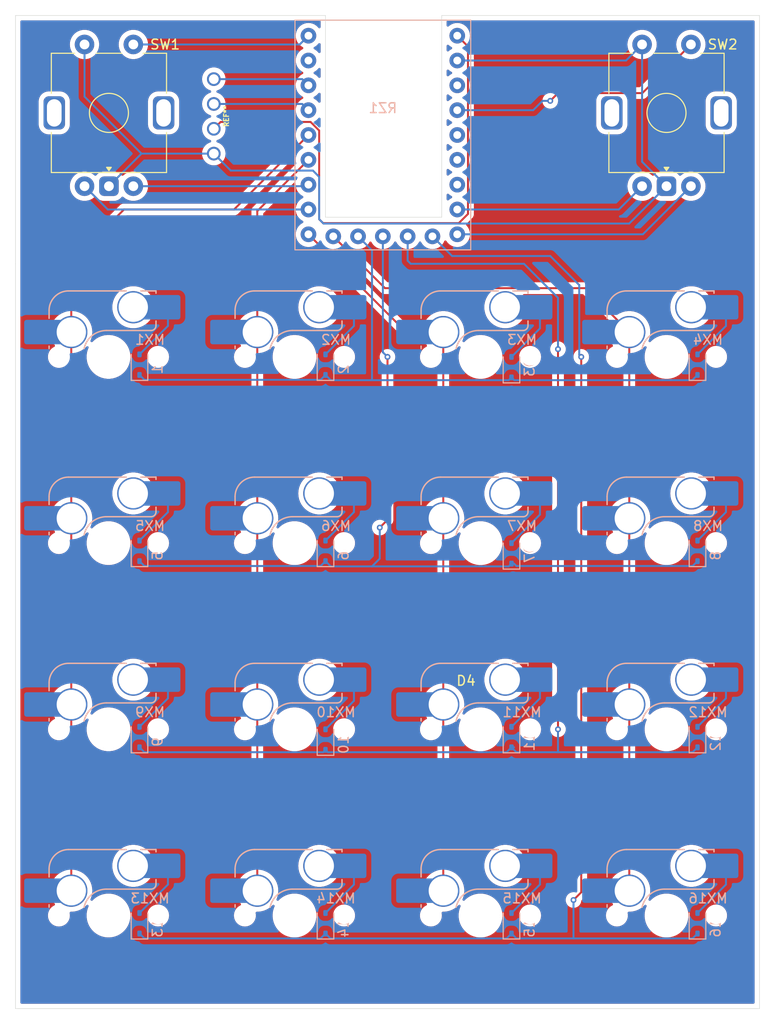
<source format=kicad_pcb>
(kicad_pcb (version 20240108) (generator "pcbnew") (generator_version "8.0")
  (layers (0 "F.Cu" signal) (31 "B.Cu" signal) (34 "B.Paste" user) (35 "F.Paste" user) (36 "B.SilkS" user "B.Silkscreen") (37 "F.SilkS" user "F.Silkscreen") (38 "B.Mask" user) (39 "F.Mask" user) (44 "Edge.Cuts" user))
  (net 0 "")
  (net 1 "Net-(D1-A)")
  (net 2 "Pin 11")
  (net 3 "Net-(D2-A)")
  (net 4 "Net-(D3-A)")
  (net 5 "Net-(D4-A)")
  (net 6 "Net-(D5-A)")
  (net 7 "Pin 12")
  (net 8 "Net-(D6-A)")
  (net 9 "Net-(D7-A)")
  (net 10 "Net-(D8-A)")
  (net 11 "Pin 13")
  (net 12 "Net-(D9-A)")
  (net 13 "Net-(D10-A)")
  (net 14 "Net-(D11-A)")
  (net 15 "Net-(D12-A)")
  (net 16 "Net-(D13-A)")
  (net 17 "Pin 14")
  (net 18 "Net-(D14-A)")
  (net 19 "Net-(D15-A)")
  (net 20 "Net-(D16-A)")
  (net 21 "Pin 9")
  (net 22 "Pin 10")
  (net 23 "2 SDA")
  (net 24 "3 SCl")
  (net 25 "GND")
  (net 26 "Net-(OL1-VCC)")
  (net 27 "Net-(RZ1-GP0)")
  (net 28 "Pin 6")
  (net 29 "Net-(RZ1-GP15)")
  (net 30 "Net-(RZ1-GP14)")
  (net 32 "Pin 5")
  (net 36 "Pin 20")
  (net 38 "Pin 8")
  (net 39 "Pin 7")
  (footprint "marbastlib-various:ROT_Alps_EC11E-Switch" (layer "F.Cu") (at 173.83125 38.5375)
    (property "Reference" "SW2" (at 5.75 -7 0) (layer "F.SilkS"))
    (property "Value" "RotaryEncoder_Switch")
    (pad "A" thru_hole circle (at -2.5 7.5 90) (size 2 2) (drill 1) (layers "*.Cu" "B.Mask") (net 29 "Net-(RZ1-GP15)"))
    (pad "B" thru_hole circle (at 2.5 7.5 90) (size 2 2) (drill 1) (layers "*.Cu" "B.Mask") (net 30 "Net-(RZ1-GP14)"))
    (pad "C" thru_hole roundrect (at 0 7.5 90) (size 2 2) (drill 1) (layers "*.Cu" "B.Mask") (net 25 "GND"))
    (pad "MP" thru_hole roundrect (at -5.6 0 90) (size 3.4 2.2) (drill oval 2.8 1.5) (layers "*.Cu" "B.Mask"))
    (pad "MP" thru_hole roundrect (at 5.6 0 90) (size 3.4 2.2) (drill oval 2.8 1.5) (layers "*.Cu" "B.Mask"))
    (pad "S1" thru_hole circle (at 2.5 -7 90) (size 2 2) (drill 1) (layers "*.Cu" "B.Mask") (net 36 "Pin 20"))
    (pad "S2" thru_hole circle (at -2.5 -7 90) (size 2 2) (drill 1) (layers "*.Cu" "B.Mask") (net 25 "GND"))
  )
  (footprint "kbd-main:OLED" (layer "F.Cu") (at 127.46625 38.89375 -90)
    (property "Reference" "OL1")
    (property "Value" "OLED" (hide yes))
    (fp_text user "REF**" (at -0.01 -1.28 90) (layer "F.SilkS") (effects (font (size 0.5 0.5) (thickness 0.125) (bold yes))))
    (pad "1" thru_hole circle (at -3.81 0 270) (size 1.4 1.4) (drill 1) (layers "*.Cu" "*.Mask") (net 23 "2 SDA"))
    (pad "2" thru_hole circle (at -1.27 0 270) (size 1.4 1.4) (drill 1) (layers "*.Cu" "*.Mask") (net 24 "3 SCl"))
    (pad "3" thru_hole circle (at 1.27 0 270) (size 1.4 1.4) (drill 1) (layers "*.Cu" "*.Mask") (net 26 "Net-(OL1-VCC)"))
    (pad "4" thru_hole circle (at 3.81 0 270) (size 1.4 1.4) (drill 1) (layers "*.Cu" "*.Mask") (net 25 "GND"))
  )
  (footprint "marbastlib-various:ROT_Alps_EC11E-Switch" (layer "F.Cu") (at 116.725 38.5375)
    (property "Reference" "SW1" (at 5.75 -7 0) (layer "F.SilkS"))
    (property "Value" "RotaryEncoder_Switch")
    (pad "A" thru_hole circle (at -2.5 7.5 90) (size 2 2) (drill 1) (layers "*.Cu" "B.Mask") (net 38 "Pin 8"))
    (pad "B" thru_hole circle (at 2.5 7.5 90) (size 2 2) (drill 1) (layers "*.Cu" "B.Mask") (net 39 "Pin 7"))
    (pad "C" thru_hole roundrect (at 0 7.5 90) (size 2 2) (drill 1) (layers "*.Cu" "B.Mask") (net 25 "GND"))
    (pad "MP" thru_hole roundrect (at -5.6 0 90) (size 3.4 2.2) (drill oval 2.8 1.5) (layers "*.Cu" "B.Mask"))
    (pad "MP" thru_hole roundrect (at 5.6 0 90) (size 3.4 2.2) (drill oval 2.8 1.5) (layers "*.Cu" "B.Mask"))
    (pad "S1" thru_hole circle (at 2.5 -7 90) (size 2 2) (drill 1) (layers "*.Cu" "B.Mask") (net 27 "Net-(RZ1-GP0)"))
    (pad "S2" thru_hole circle (at -2.5 -7 90) (size 2 2) (drill 1) (layers "*.Cu" "B.Mask") (net 25 "GND"))
  )
  (footprint "Diode_SMD:D_SOD-323" (layer "B.Cu") (at 138.90625 83.34375 90)
    (property "Reference" "D6" (at 0 1.85 -90) (layer "B.SilkS") (effects (justify mirror)))
    (property "Value" "1N4148WS")
    (pad "1" smd roundrect (at -1.05 0 90) (size 0.6 0.45) (layers "B.Cu" "B.Paste" "B.Mask") (net 7 "Pin 12"))
    (pad "2" smd roundrect (at 1.05 0 90) (size 0.6 0.45) (layers "B.Cu" "B.Paste" "B.Mask") (net 8 "Net-(D6-A)"))
  )
  (footprint "Diode_SMD:D_SOD-323" (layer "B.Cu") (at 119.85625 102.39375 90)
    (property "Reference" "D9" (at 0 1.85 -90) (layer "B.SilkS") (effects (justify mirror)))
    (property "Value" "1N4148WS")
    (pad "1" smd roundrect (at -1.05 0 90) (size 0.6 0.45) (layers "B.Cu" "B.Paste" "B.Mask") (net 11 "Pin 13"))
    (pad "2" smd roundrect (at 1.05 0 90) (size 0.6 0.45) (layers "B.Cu" "B.Paste" "B.Mask") (net 12 "Net-(D9-A)"))
  )
  (footprint "footprints:SW_MX_HS_CPG151101S11_1u" (layer "B.Cu") (at 116.68125 82.55 180)
    (property "Reference" "MX5" (at -4.25 1.75 180) (layer "B.SilkS") (effects (justify mirror)))
    (property "Value" "MX_SW_HS")
    (pad "" np_thru_hole circle (at -5.08 0 180) (size 1.75 1.75) (drill 1.75) (layers "*.Cu" "*.Mask"))
    (pad "" np_thru_hole circle (at 0 0 180) (size 3.9878 3.9878) (drill 3.9878) (layers "*.Cu" "*.Mask"))
    (pad "" np_thru_hole circle (at 5.08 0 180) (size 1.75 1.75) (drill 1.75) (layers "*.Cu" "*.Mask"))
    (pad "1" thru_hole circle (at 3.81 2.54 180) (size 3.3 3.3) (drill 3) (layers "*.Cu" "*.Mask") (net 32 "Pin 5"))
    (pad "1" smd rect (at 5.635 2.54) (size 1.65 2.5) (layers "B.Cu") (net 32 "Pin 5"))
    (pad "1" smd roundrect (at 7.36 2.54 180) (size 2.55 2.5) (layers "B.Cu" "B.Paste" "B.Mask") (roundrect_rratio 0.1) (net 32 "Pin 5"))
    (pad "2" smd roundrect (at -6.09 5.08 180) (size 2.55 2.5) (layers "B.Cu" "B.Paste" "B.Mask") (roundrect_rratio 0.1) (net 6 "Net-(D5-A)"))
    (pad "2" smd rect (at -4.34 5.08 180) (size 1.65 2.5) (layers "B.Cu") (net 6 "Net-(D5-A)"))
    (pad "2" thru_hole circle (at -2.54 5.08 180) (size 3.3 3.3) (drill 3) (layers "*.Cu" "*.Mask") (net 6 "Net-(D5-A)"))
  )
  (footprint "Diode_SMD:D_SOD-323" (layer "B.Cu") (at 177.00625 121.44375 90)
    (property "Reference" "D16" (at 0 1.85 -90) (layer "B.SilkS") (effects (justify mirror)))
    (property "Value" "1N4148WS")
    (pad "1" smd roundrect (at -1.05 0 90) (size 0.6 0.45) (layers "B.Cu" "B.Paste" "B.Mask") (net 17 "Pin 14"))
    (pad "2" smd roundrect (at 1.05 0 90) (size 0.6 0.45) (layers "B.Cu" "B.Paste" "B.Mask") (net 20 "Net-(D16-A)"))
  )
  (footprint "footprints:SW_MX_HS_CPG151101S11_1u" (layer "B.Cu") (at 154.78125 101.6 180)
    (property "Reference" "MX11" (at -4.25 1.75 180) (layer "B.SilkS") (effects (justify mirror)))
    (property "Value" "MX_SW_HS")
    (pad "" np_thru_hole circle (at -5.08 0 180) (size 1.75 1.75) (drill 1.75) (layers "*.Cu" "*.Mask"))
    (pad "" np_thru_hole circle (at 0 0 180) (size 3.9878 3.9878) (drill 3.9878) (layers "*.Cu" "*.Mask"))
    (pad "" np_thru_hole circle (at 5.08 0 180) (size 1.75 1.75) (drill 1.75) (layers "*.Cu" "*.Mask"))
    (pad "1" thru_hole circle (at 3.81 2.54 180) (size 3.3 3.3) (drill 3) (layers "*.Cu" "*.Mask") (net 21 "Pin 9"))
    (pad "1" smd rect (at 5.635 2.54) (size 1.65 2.5) (layers "B.Cu") (net 21 "Pin 9"))
    (pad "1" smd roundrect (at 7.36 2.54 180) (size 2.55 2.5) (layers "B.Cu" "B.Paste" "B.Mask") (roundrect_rratio 0.1) (net 21 "Pin 9"))
    (pad "2" smd roundrect (at -6.09 5.08 180) (size 2.55 2.5) (layers "B.Cu" "B.Paste" "B.Mask") (roundrect_rratio 0.1) (net 14 "Net-(D11-A)"))
    (pad "2" smd rect (at -4.34 5.08 180) (size 1.65 2.5) (layers "B.Cu") (net 14 "Net-(D11-A)"))
    (pad "2" thru_hole circle (at -2.54 5.08 180) (size 3.3 3.3) (drill 3) (layers "*.Cu" "*.Mask") (net 14 "Net-(D11-A)"))
  )
  (footprint "footprints:SW_MX_HS_CPG151101S11_1u" (layer "B.Cu") (at 116.68125 63.5 180)
    (property "Reference" "MX1" (at -4.25 1.75 180) (layer "B.SilkS") (effects (justify mirror)))
    (property "Value" "MX_SW_HS")
    (pad "" np_thru_hole circle (at -5.08 0 180) (size 1.75 1.75) (drill 1.75) (layers "*.Cu" "*.Mask"))
    (pad "" np_thru_hole circle (at 0 0 180) (size 3.9878 3.9878) (drill 3.9878) (layers "*.Cu" "*.Mask"))
    (pad "" np_thru_hole circle (at 5.08 0 180) (size 1.75 1.75) (drill 1.75) (layers "*.Cu" "*.Mask"))
    (pad "1" thru_hole circle (at 3.81 2.54 180) (size 3.3 3.3) (drill 3) (layers "*.Cu" "*.Mask") (net 32 "Pin 5"))
    (pad "1" smd rect (at 5.635 2.54) (size 1.65 2.5) (layers "B.Cu") (net 32 "Pin 5"))
    (pad "1" smd roundrect (at 7.36 2.54 180) (size 2.55 2.5) (layers "B.Cu" "B.Paste" "B.Mask") (roundrect_rratio 0.1) (net 32 "Pin 5"))
    (pad "2" smd roundrect (at -6.09 5.08 180) (size 2.55 2.5) (layers "B.Cu" "B.Paste" "B.Mask") (roundrect_rratio 0.1) (net 1 "Net-(D1-A)"))
    (pad "2" smd rect (at -4.34 5.08 180) (size 1.65 2.5) (layers "B.Cu") (net 1 "Net-(D1-A)"))
    (pad "2" thru_hole circle (at -2.54 5.08 180) (size 3.3 3.3) (drill 3) (layers "*.Cu" "*.Mask") (net 1 "Net-(D1-A)"))
  )
  (footprint "footprints:SW_MX_HS_CPG151101S11_1u" (layer "B.Cu") (at 135.73125 120.65 180)
    (property "Reference" "MX14" (at -4.25 1.75 180) (layer "B.SilkS") (effects (justify mirror)))
    (property "Value" "MX_SW_HS")
    (pad "" np_thru_hole circle (at -5.08 0 180) (size 1.75 1.75) (drill 1.75) (layers "*.Cu" "*.Mask"))
    (pad "" np_thru_hole circle (at 0 0 180) (size 3.9878 3.9878) (drill 3.9878) (layers "*.Cu" "*.Mask"))
    (pad "" np_thru_hole circle (at 5.08 0 180) (size 1.75 1.75) (drill 1.75) (layers "*.Cu" "*.Mask"))
    (pad "1" thru_hole circle (at 3.81 2.54 180) (size 3.3 3.3) (drill 3) (layers "*.Cu" "*.Mask") (net 28 "Pin 6"))
    (pad "1" smd rect (at 5.635 2.54) (size 1.65 2.5) (layers "B.Cu") (net 28 "Pin 6"))
    (pad "1" smd roundrect (at 7.36 2.54 180) (size 2.55 2.5) (layers "B.Cu" "B.Paste" "B.Mask") (roundrect_rratio 0.1) (net 28 "Pin 6"))
    (pad "2" smd roundrect (at -6.09 5.08 180) (size 2.55 2.5) (layers "B.Cu" "B.Paste" "B.Mask") (roundrect_rratio 0.1) (net 18 "Net-(D14-A)"))
    (pad "2" smd rect (at -4.34 5.08 180) (size 1.65 2.5) (layers "B.Cu") (net 18 "Net-(D14-A)"))
    (pad "2" thru_hole circle (at -2.54 5.08 180) (size 3.3 3.3) (drill 3) (layers "*.Cu" "*.Mask") (net 18 "Net-(D14-A)"))
  )
  (footprint "Diode_SMD:D_SOD-323" (layer "B.Cu") (at 157.95625 83.6 90)
    (property "Reference" "D7" (at 0 1.85 -90) (layer "B.SilkS") (effects (justify mirror)))
    (property "Value" "1N4148WS")
    (pad "1" smd roundrect (at -1.05 0 90) (size 0.6 0.45) (layers "B.Cu" "B.Paste" "B.Mask") (net 7 "Pin 12"))
    (pad "2" smd roundrect (at 1.05 0 90) (size 0.6 0.45) (layers "B.Cu" "B.Paste" "B.Mask") (net 9 "Net-(D7-A)"))
  )
  (footprint "Diode_SMD:D_SOD-323" (layer "B.Cu") (at 119.85625 64.29375 90)
    (property "Reference" "D1" (at 0 1.85 -90) (layer "B.SilkS") (effects (justify mirror)))
    (property "Value" "1N4148WS")
    (pad "1" smd roundrect (at -1.05 0 90) (size 0.6 0.45) (layers "B.Cu" "B.Paste" "B.Mask") (net 2 "Pin 11"))
    (pad "2" smd roundrect (at 1.05 0 90) (size 0.6 0.45) (layers "B.Cu" "B.Paste" "B.Mask") (net 1 "Net-(D1-A)"))
  )
  (footprint "footprints:SW_MX_HS_CPG151101S11_1u" (layer "B.Cu") (at 154.78125 63.5 180)
    (property "Reference" "MX3" (at -4.25 1.75 180) (layer "B.SilkS") (effects (justify mirror)))
    (property "Value" "MX_SW_HS")
    (pad "" np_thru_hole circle (at -5.08 0 180) (size 1.75 1.75) (drill 1.75) (layers "*.Cu" "*.Mask"))
    (pad "" np_thru_hole circle (at 0 0 180) (size 3.9878 3.9878) (drill 3.9878) (layers "*.Cu" "*.Mask"))
    (pad "" np_thru_hole circle (at 5.08 0 180) (size 1.75 1.75) (drill 1.75) (layers "*.Cu" "*.Mask"))
    (pad "1" thru_hole circle (at 3.81 2.54 180) (size 3.3 3.3) (drill 3) (layers "*.Cu" "*.Mask") (net 21 "Pin 9"))
    (pad "1" smd rect (at 5.635 2.54) (size 1.65 2.5) (layers "B.Cu") (net 21 "Pin 9"))
    (pad "1" smd roundrect (at 7.36 2.54 180) (size 2.55 2.5) (layers "B.Cu" "B.Paste" "B.Mask") (roundrect_rratio 0.1) (net 21 "Pin 9"))
    (pad "2" smd roundrect (at -6.09 5.08 180) (size 2.55 2.5) (layers "B.Cu" "B.Paste" "B.Mask") (roundrect_rratio 0.1) (net 4 "Net-(D3-A)"))
    (pad "2" smd rect (at -4.34 5.08 180) (size 1.65 2.5) (layers "B.Cu") (net 4 "Net-(D3-A)"))
    (pad "2" thru_hole circle (at -2.54 5.08 180) (size 3.3 3.3) (drill 3) (layers "*.Cu" "*.Mask") (net 4 "Net-(D3-A)"))
  )
  (footprint "Diode_SMD:D_SOD-323" (layer "B.Cu") (at 119.85625 121.44375 90)
    (property "Reference" "D13" (at 0 1.85 -90) (layer "B.SilkS") (effects (justify mirror)))
    (property "Value" "1N4148WS")
    (pad "1" smd roundrect (at -1.05 0 90) (size 0.6 0.45) (layers "B.Cu" "B.Paste" "B.Mask") (net 17 "Pin 14"))
    (pad "2" smd roundrect (at 1.05 0 90) (size 0.6 0.45) (layers "B.Cu" "B.Paste" "B.Mask") (net 16 "Net-(D13-A)"))
  )
  (footprint "footprints:SW_MX_HS_CPG151101S11_1u" (layer "B.Cu") (at 173.83125 101.6 180)
    (property "Reference" "MX12" (at -4.25 1.75 180) (layer "B.SilkS") (effects (justify mirror)))
    (property "Value" "MX_SW_HS")
    (pad "" np_thru_hole circle (at -5.08 0 180) (size 1.75 1.75) (drill 1.75) (layers "*.Cu" "*.Mask"))
    (pad "" np_thru_hole circle (at 0 0 180) (size 3.9878 3.9878) (drill 3.9878) (layers "*.Cu" "*.Mask"))
    (pad "" np_thru_hole circle (at 5.08 0 180) (size 1.75 1.75) (drill 1.75) (layers "*.Cu" "*.Mask"))
    (pad "1" thru_hole circle (at 3.81 2.54 180) (size 3.3 3.3) (drill 3) (layers "*.Cu" "*.Mask") (net 22 "Pin 10"))
    (pad "1" smd rect (at 5.635 2.54) (size 1.65 2.5) (layers "B.Cu") (net 22 "Pin 10"))
    (pad "1" smd roundrect (at 7.36 2.54 180) (size 2.55 2.5) (layers "B.Cu" "B.Paste" "B.Mask") (roundrect_rratio 0.1) (net 22 "Pin 10"))
    (pad "2" smd roundrect (at -6.09 5.08 180) (size 2.55 2.5) (layers "B.Cu" "B.Paste" "B.Mask") (roundrect_rratio 0.1) (net 15 "Net-(D12-A)"))
    (pad "2" smd rect (at -4.34 5.08 180) (size 1.65 2.5) (layers "B.Cu") (net 15 "Net-(D12-A)"))
    (pad "2" thru_hole circle (at -2.54 5.08 180) (size 3.3 3.3) (drill 3) (layers "*.Cu" "*.Mask") (net 15 "Net-(D12-A)"))
  )
  (footprint "Diode_SMD:D_SOD-323" (layer "B.Cu") (at 138.90625 64.29375 90)
    (property "Reference" "D2" (at 0 1.85 -90) (layer "B.SilkS") (effects (justify mirror)))
    (property "Value" "1N4148WS")
    (pad "1" smd roundrect (at -1.05 0 90) (size 0.6 0.45) (layers "B.Cu" "B.Paste" "B.Mask") (net 2 "Pin 11"))
    (pad "2" smd roundrect (at 1.05 0 90) (size 0.6 0.45) (layers "B.Cu" "B.Paste" "B.Mask") (net 3 "Net-(D2-A)"))
  )
  (footprint "footprints:SW_MX_HS_CPG151101S11_1u" (layer "B.Cu") (at 154.78125 120.65 180)
    (property "Reference" "MX15" (at -4.25 1.75 180) (layer "B.SilkS") (effects (justify mirror)))
    (property "Value" "MX_SW_HS")
    (pad "" np_thru_hole circle (at -5.08 0 180) (size 1.75 1.75) (drill 1.75) (layers "*.Cu" "*.Mask"))
    (pad "" np_thru_hole circle (at 0 0 180) (size 3.9878 3.9878) (drill 3.9878) (layers "*.Cu" "*.Mask"))
    (pad "" np_thru_hole circle (at 5.08 0 180) (size 1.75 1.75) (drill 1.75) (layers "*.Cu" "*.Mask"))
    (pad "1" thru_hole circle (at 3.81 2.54 180) (size 3.3 3.3) (drill 3) (layers "*.Cu" "*.Mask") (net 21 "Pin 9"))
    (pad "1" smd rect (at 5.635 2.54) (size 1.65 2.5) (layers "B.Cu") (net 21 "Pin 9"))
    (pad "1" smd roundrect (at 7.36 2.54 180) (size 2.55 2.5) (layers "B.Cu" "B.Paste" "B.Mask") (roundrect_rratio 0.1) (net 21 "Pin 9"))
    (pad "2" smd roundrect (at -6.09 5.08 180) (size 2.55 2.5) (layers "B.Cu" "B.Paste" "B.Mask") (roundrect_rratio 0.1) (net 19 "Net-(D15-A)"))
    (pad "2" smd rect (at -4.34 5.08 180) (size 1.65 2.5) (layers "B.Cu") (net 19 "Net-(D15-A)"))
    (pad "2" thru_hole circle (at -2.54 5.08 180) (size 3.3 3.3) (drill 3) (layers "*.Cu" "*.Mask") (net 19 "Net-(D15-A)"))
  )
  (footprint "footprints:SW_MX_HS_CPG151101S11_1u" (layer "B.Cu") (at 116.68125 101.6 180)
    (property "Reference" "MX9" (at -4.25 1.75 180) (layer "B.SilkS") (effects (justify mirror)))
    (property "Value" "MX_SW_HS")
    (pad "" np_thru_hole circle (at -5.08 0 180) (size 1.75 1.75) (drill 1.75) (layers "*.Cu" "*.Mask"))
    (pad "" np_thru_hole circle (at 0 0 180) (size 3.9878 3.9878) (drill 3.9878) (layers "*.Cu" "*.Mask"))
    (pad "" np_thru_hole circle (at 5.08 0 180) (size 1.75 1.75) (drill 1.75) (layers "*.Cu" "*.Mask"))
    (pad "1" thru_hole circle (at 3.81 2.54 180) (size 3.3 3.3) (drill 3) (layers "*.Cu" "*.Mask") (net 32 "Pin 5"))
    (pad "1" smd rect (at 5.635 2.54) (size 1.65 2.5) (layers "B.Cu") (net 32 "Pin 5"))
    (pad "1" smd roundrect (at 7.36 2.54 180) (size 2.55 2.5) (layers "B.Cu" "B.Paste" "B.Mask") (roundrect_rratio 0.1) (net 32 "Pin 5"))
    (pad "2" smd roundrect (at -6.09 5.08 180) (size 2.55 2.5) (layers "B.Cu" "B.Paste" "B.Mask") (roundrect_rratio 0.1) (net 12 "Net-(D9-A)"))
    (pad "2" smd rect (at -4.34 5.08 180) (size 1.65 2.5) (layers "B.Cu") (net 12 "Net-(D9-A)"))
    (pad "2" thru_hole circle (at -2.54 5.08 180) (size 3.3 3.3) (drill 3) (layers "*.Cu" "*.Mask") (net 12 "Net-(D9-A)"))
  )
  (footprint "Diode_SMD:D_SOD-323" (layer "B.Cu") (at 138.90625 102.65 90)
    (property "Reference" "D10" (at 0 1.85 -90) (layer "B.SilkS") (effects (justify mirror)))
    (property "Value" "1N4148WS")
    (pad "1" smd roundrect (at -1.05 0 90) (size 0.6 0.45) (layers "B.Cu" "B.Paste" "B.Mask") (net 11 "Pin 13"))
    (pad "2" smd roundrect (at 1.05 0 90) (size 0.6 0.45) (layers "B.Cu" "B.Paste" "B.Mask") (net 13 "Net-(D10-A)"))
  )
  (footprint "Diode_SMD:D_SOD-323" (layer "B.Cu") (at 177.00625 83.34375 90)
    (property "Reference" "D8" (at 0 1.85 -90) (layer "B.SilkS") (effects (justify mirror)))
    (property "Value" "1N4148WS")
    (pad "1" smd roundrect (at -1.05 0 90) (size 0.6 0.45) (layers "B.Cu" "B.Paste" "B.Mask") (net 7 "Pin 12"))
    (pad "2" smd roundrect (at 1.05 0 90) (size 0.6 0.45) (layers "B.Cu" "B.Paste" "B.Mask") (net 10 "Net-(D8-A)"))
  )
  (footprint "Diode_SMD:D_SOD-323" (layer "B.Cu") (at 177.00625 102.39375 90)
    (property "Reference" "D12" (at 0 1.85 -90) (layer "B.SilkS") (effects (justify mirror)))
    (property "Value" "1N4148WS")
    (pad "1" smd roundrect (at -1.05 0 90) (size 0.6 0.45) (layers "B.Cu" "B.Paste" "B.Mask") (net 11 "Pin 13"))
    (pad "2" smd roundrect (at 1.05 0 90) (size 0.6 0.45) (layers "B.Cu" "B.Paste" "B.Mask") (net 15 "Net-(D12-A)"))
  )
  (footprint "footprints:SW_MX_HS_CPG151101S11_1u" (layer "B.Cu") (at 173.83125 63.5 180)
    (property "Reference" "MX4" (at -4.25 1.75 180) (layer "B.SilkS") (effects (justify mirror)))
    (property "Value" "MX_SW_HS")
    (pad "" np_thru_hole circle (at -5.08 0 180) (size 1.75 1.75) (drill 1.75) (layers "*.Cu" "*.Mask"))
    (pad "" np_thru_hole circle (at 0 0 180) (size 3.9878 3.9878) (drill 3.9878) (layers "*.Cu" "*.Mask"))
    (pad "" np_thru_hole circle (at 5.08 0 180) (size 1.75 1.75) (drill 1.75) (layers "*.Cu" "*.Mask"))
    (pad "1" thru_hole circle (at 3.81 2.54 180) (size 3.3 3.3) (drill 3) (layers "*.Cu" "*.Mask") (net 22 "Pin 10"))
    (pad "1" smd rect (at 5.635 2.54) (size 1.65 2.5) (layers "B.Cu") (net 22 "Pin 10"))
    (pad "1" smd roundrect (at 7.36 2.54 180) (size 2.55 2.5) (layers "B.Cu" "B.Paste" "B.Mask") (roundrect_rratio 0.1) (net 22 "Pin 10"))
    (pad "2" smd roundrect (at -6.09 5.08 180) (size 2.55 2.5) (layers "B.Cu" "B.Paste" "B.Mask") (roundrect_rratio 0.1) (net 5 "Net-(D4-A)"))
    (pad "2" smd rect (at -4.34 5.08 180) (size 1.65 2.5) (layers "B.Cu") (net 5 "Net-(D4-A)"))
    (pad "2" thru_hole circle (at -2.54 5.08 180) (size 3.3 3.3) (drill 3) (layers "*.Cu" "*.Mask") (net 5 "Net-(D4-A)"))
  )
  (footprint "Diode_SMD:D_SOD-323" (layer "B.Cu") (at 177.00625 64.29375 90)
    (property "Reference" "D4" (at -32.33875 -23.70875 0) (layer "F.SilkS"))
    (property "Value" "1N4148WS")
    (pad "1" smd roundrect (at -1.05 0 90) (size 0.6 0.45) (layers "B.Cu" "B.Paste" "B.Mask") (net 2 "Pin 11"))
    (pad "2" smd roundrect (at 1.05 0 90) (size 0.6 0.45) (layers "B.Cu" "B.Paste" "B.Mask") (net 5 "Net-(D4-A)"))
  )
  (footprint "footprints:SW_MX_HS_CPG151101S11_1u" (layer "B.Cu") (at 135.73125 82.55 180)
    (property "Reference" "MX6" (at -4.25 1.75 180) (layer "B.SilkS") (effects (justify mirror)))
    (property "Value" "MX_SW_HS")
    (pad "" np_thru_hole circle (at -5.08 0 180) (size 1.75 1.75) (drill 1.75) (layers "*.Cu" "*.Mask"))
    (pad "" np_thru_hole circle (at 0 0 180) (size 3.9878 3.9878) (drill 3.9878) (layers "*.Cu" "*.Mask"))
    (pad "" np_thru_hole circle (at 5.08 0 180) (size 1.75 1.75) (drill 1.75) (layers "*.Cu" "*.Mask"))
    (pad "1" thru_hole circle (at 3.81 2.54 180) (size 3.3 3.3) (drill 3) (layers "*.Cu" "*.Mask") (net 28 "Pin 6"))
    (pad "1" smd rect (at 5.635 2.54) (size 1.65 2.5) (layers "B.Cu") (net 28 "Pin 6"))
    (pad "1" smd roundrect (at 7.36 2.54 180) (size 2.55 2.5) (layers "B.Cu" "B.Paste" "B.Mask") (roundrect_rratio 0.1) (net 28 "Pin 6"))
    (pad "2" smd roundrect (at -6.09 5.08 180) (size 2.55 2.5) (layers "B.Cu" "B.Paste" "B.Mask") (roundrect_rratio 0.1) (net 8 "Net-(D6-A)"))
    (pad "2" smd rect (at -4.34 5.08 180) (size 1.65 2.5) (layers "B.Cu") (net 8 "Net-(D6-A)"))
    (pad "2" thru_hole circle (at -2.54 5.08 180) (size 3.3 3.3) (drill 3) (layers "*.Cu" "*.Mask") (net 8 "Net-(D6-A)"))
  )
  (footprint "Diode_SMD:D_SOD-323" (layer "B.Cu") (at 119.85625 83.34375 90)
    (property "Reference" "D5" (at 0 1.85 -90) (layer "B.SilkS") (effects (justify mirror)))
    (property "Value" "1N4148WS")
    (pad "1" smd roundrect (at -1.05 0 90) (size 0.6 0.45) (layers "B.Cu" "B.Paste" "B.Mask") (net 7 "Pin 12"))
    (pad "2" smd roundrect (at 1.05 0 90) (size 0.6 0.45) (layers "B.Cu" "B.Paste" "B.Mask") (net 6 "Net-(D5-A)"))
  )
  (footprint "Diode_SMD:D_SOD-323" (layer "B.Cu") (at 157.95625 121.44375 90)
    (property "Reference" "D15" (at 0 1.85 -90) (layer "B.SilkS") (effects (justify mirror)))
    (property "Value" "1N4148WS")
    (pad "1" smd roundrect (at -1.05 0 90) (size 0.6 0.45) (layers "B.Cu" "B.Paste" "B.Mask") (net 17 "Pin 14"))
    (pad "2" smd roundrect (at 1.05 0 90) (size 0.6 0.45) (layers "B.Cu" "B.Paste" "B.Mask") (net 19 "Net-(D15-A)"))
  )
  (footprint "Diode_SMD:D_SOD-323" (layer "B.Cu") (at 138.90625 121.44375 90)
    (property "Reference" "D14" (at 0 1.85 -90) (layer "B.SilkS") (effects (justify mirror)))
    (property "Value" "1N4148WS")
    (pad "1" smd roundrect (at -1.05 0 90) (size 0.6 0.45) (layers "B.Cu" "B.Paste" "B.Mask") (net 17 "Pin 14"))
    (pad "2" smd roundrect (at 1.05 0 90) (size 0.6 0.45) (layers "B.Cu" "B.Paste" "B.Mask") (net 18 "Net-(D14-A)"))
  )
  (footprint "footprints:SW_MX_HS_CPG151101S11_1u" (layer "B.Cu") (at 154.78125 82.55 180)
    (property "Reference" "MX7" (at -4.25 1.75 180) (layer "B.SilkS") (effects (justify mirror)))
    (property "Value" "MX_SW_HS")
    (pad "" np_thru_hole circle (at -5.08 0 180) (size 1.75 1.75) (drill 1.75) (layers "*.Cu" "*.Mask"))
    (pad "" np_thru_hole circle (at 0 0 180) (size 3.9878 3.9878) (drill 3.9878) (layers "*.Cu" "*.Mask"))
    (pad "" np_thru_hole circle (at 5.08 0 180) (size 1.75 1.75) (drill 1.75) (layers "*.Cu" "*.Mask"))
    (pad "1" thru_hole circle (at 3.81 2.54 180) (size 3.3 3.3) (drill 3) (layers "*.Cu" "*.Mask") (net 21 "Pin 9"))
    (pad "1" smd rect (at 5.635 2.54) (size 1.65 2.5) (layers "B.Cu") (net 21 "Pin 9"))
    (pad "1" smd roundrect (at 7.36 2.54 180) (size 2.55 2.5) (layers "B.Cu" "B.Paste" "B.Mask") (roundrect_rratio 0.1) (net 21 "Pin 9"))
    (pad "2" smd roundrect (at -6.09 5.08 180) (size 2.55 2.5) (layers "B.Cu" "B.Paste" "B.Mask") (roundrect_rratio 0.1) (net 9 "Net-(D7-A)"))
    (pad "2" smd rect (at -4.34 5.08 180) (size 1.65 2.5) (layers "B.Cu") (net 9 "Net-(D7-A)"))
    (pad "2" thru_hole circle (at -2.54 5.08 180) (size 3.3 3.3) (drill 3) (layers "*.Cu" "*.Mask") (net 9 "Net-(D7-A)"))
  )
  (footprint "Diode_SMD:D_SOD-323" (layer "B.Cu") (at 157.95625 64.55 90)
    (property "Reference" "D3" (at 0 1.85 -90) (layer "B.SilkS") (effects (justify mirror)))
    (property "Value" "1N4148WS" (hide yes))
    (pad "1" smd roundrect (at -1.05 0 90) (size 0.6 0.45) (layers "B.Cu" "B.Paste" "B.Mask") (net 2 "Pin 11"))
    (pad "2" smd roundrect (at 1.05 0 90) (size 0.6 0.45) (layers "B.Cu" "B.Paste" "B.Mask") (net 4 "Net-(D3-A)"))
  )
  (footprint "footprints:SW_MX_HS_CPG151101S11_1u" (layer "B.Cu") (at 135.73125 63.5 180)
    (property "Reference" "MX2" (at -4.25 1.75 180) (layer "B.SilkS") (effects (justify mirror)))
    (property "Value" "MX_SW_HS")
    (pad "" np_thru_hole circle (at -5.08 0 180) (size 1.75 1.75) (drill 1.75) (layers "*.Cu" "*.Mask"))
    (pad "" np_thru_hole circle (at 0 0 180) (size 3.9878 3.9878) (drill 3.9878) (layers "*.Cu" "*.Mask"))
    (pad "" np_thru_hole circle (at 5.08 0 180) (size 1.75 1.75) (drill 1.75) (layers "*.Cu" "*.Mask"))
    (pad "1" thru_hole circle (at 3.81 2.54 180) (size 3.3 3.3) (drill 3) (layers "*.Cu" "*.Mask") (net 28 "Pin 6"))
    (pad "1" smd rect (at 5.635 2.54) (size 1.65 2.5) (layers "B.Cu") (net 28 "Pin 6"))
    (pad "1" smd roundrect (at 7.36 2.54 180) (size 2.55 2.5) (layers "B.Cu" "B.Paste" "B.Mask") (roundrect_rratio 0.1) (net 28 "Pin 6"))
    (pad "2" smd roundrect (at -6.09 5.08 180) (size 2.55 2.5) (layers "B.Cu" "B.Paste" "B.Mask") (roundrect_rratio 0.1) (net 3 "Net-(D2-A)"))
    (pad "2" smd rect (at -4.34 5.08 180) (size 1.65 2.5) (layers "B.Cu") (net 3 "Net-(D2-A)"))
    (pad "2" thru_hole circle (at -2.54 5.08 180) (size 3.3 3.3) (drill 3) (layers "*.Cu" "*.Mask") (net 3 "Net-(D2-A)"))
  )
  (footprint "footprints:SW_MX_HS_CPG151101S11_1u" (layer "B.Cu") (at 173.83125 120.65 180)
    (property "Reference" "MX16" (at -4.25 1.75 180) (layer "B.SilkS") (effects (justify mirror)))
    (property "Value" "MX_SW_HS")
    (pad "" np_thru_hole circle (at -5.08 0 180) (size 1.75 1.75) (drill 1.75) (layers "*.Cu" "*.Mask"))
    (pad "" np_thru_hole circle (at 0 0 180) (size 3.9878 3.9878) (drill 3.9878) (layers "*.Cu" "*.Mask"))
    (pad "" np_thru_hole circle (at 5.08 0 180) (size 1.75 1.75) (drill 1.75) (layers "*.Cu" "*.Mask"))
    (pad "1" thru_hole circle (at 3.81 2.54 180) (size 3.3 3.3) (drill 3) (layers "*.Cu" "*.Mask") (net 22 "Pin 10"))
    (pad "1" smd rect (at 5.635 2.54) (size 1.65 2.5) (layers "B.Cu") (net 22 "Pin 10"))
    (pad "1" smd roundrect (at 7.36 2.54 180) (size 2.55 2.5) (layers "B.Cu" "B.Paste" "B.Mask") (roundrect_rratio 0.1) (net 22 "Pin 10"))
    (pad "2" smd roundrect (at -6.09 5.08 180) (size 2.55 2.5) (layers "B.Cu" "B.Paste" "B.Mask") (roundrect_rratio 0.1) (net 20 "Net-(D16-A)"))
    (pad "2" smd rect (at -4.34 5.08 180) (size 1.65 2.5) (layers "B.Cu") (net 20 "Net-(D16-A)"))
    (pad "2" thru_hole circle (at -2.54 5.08 180) (size 3.3 3.3) (drill 3) (layers "*.Cu" "*.Mask") (net 20 "Net-(D16-A)"))
  )
  (footprint "Diode_SMD:D_SOD-323" (layer "B.Cu") (at 157.95625 102.39375 90)
    (property "Reference" "D11" (at 0 1.85 -90) (layer "B.SilkS") (effects (justify mirror)))
    (property "Value" "1N4148WS")
    (pad "1" smd roundrect (at -1.05 0 90) (size 0.6 0.45) (layers "B.Cu" "B.Paste" "B.Mask") (net 11 "Pin 13"))
    (pad "2" smd roundrect (at 1.05 0 90) (size 0.6 0.45) (layers "B.Cu" "B.Paste" "B.Mask") (net 14 "Net-(D11-A)"))
  )
  (footprint "footprints:SW_MX_HS_CPG151101S11_1u" (layer "B.Cu") (at 135.73125 101.6 180)
    (property "Reference" "MX10" (at -4.25 1.75 180) (layer "B.SilkS") (effects (justify mirror)))
    (property "Value" "MX_SW_HS")
    (pad "" np_thru_hole circle (at -5.08 0 180) (size 1.75 1.75) (drill 1.75) (layers "*.Cu" "*.Mask"))
    (pad "" np_thru_hole circle (at 0 0 180) (size 3.9878 3.9878) (drill 3.9878) (layers "*.Cu" "*.Mask"))
    (pad "" np_thru_hole circle (at 5.08 0 180) (size 1.75 1.75) (drill 1.75) (layers "*.Cu" "*.Mask"))
    (pad "1" thru_hole circle (at 3.81 2.54 180) (size 3.3 3.3) (drill 3) (layers "*.Cu" "*.Mask") (net 28 "Pin 6"))
    (pad "1" smd rect (at 5.635 2.54) (size 1.65 2.5) (layers "B.Cu") (net 28 "Pin 6"))
    (pad "1" smd roundrect (at 7.36 2.54 180) (size 2.55 2.5) (layers "B.Cu" "B.Paste" "B.Mask") (roundrect_rratio 0.1) (net 28 "Pin 6"))
    (pad "2" smd roundrect (at -6.09 5.08 180) (size 2.55 2.5) (layers "B.Cu" "B.Paste" "B.Mask") (roundrect_rratio 0.1) (net 13 "Net-(D10-A)"))
    (pad "2" smd rect (at -4.34 5.08 180) (size 1.65 2.5) (layers "B.Cu") (net 13 "Net-(D10-A)"))
    (pad "2" thru_hole circle (at -2.54 5.08 180) (size 3.3 3.3) (drill 3) (layers "*.Cu" "*.Mask") (net 13 "Net-(D10-A)"))
  )
  (footprint "mcu:RP2040-Zero" (layer "B.Cu") (at 153.78 52.54875 180)
    (property "Reference" "RZ1" (at 9 14.5 0) (layer "B.SilkS") (effects (justify mirror)))
    (property "Value" "RP2040-Zero")
    (pad "1" thru_hole circle (at 16.62 21.91 180) (size 1.6 1.6) (drill 0.8) (layers "*.Cu" "*.Mask") (net 27 "Net-(RZ1-GP0)"))
    (pad "2" thru_hole circle (at 16.62 19.37 180) (size 1.6 1.6) (drill 0.8) (layers "*.Cu" "*.Mask"))
    (pad "3" thru_hole circle (at 16.62 16.83 180) (size 1.6 1.6) (drill 0.8) (layers "*.Cu" "*.Mask") (net 23 "2 SDA"))
    (pad "4" thru_hole circle (at 16.62 14.29 180) (size 1.6 1.6) (drill 0.8) (layers "*.Cu" "*.Mask") (net 24 "3 SCl"))
    (pad "5" thru_hole circle (at 16.62 11.75 180) (size 1.6 1.6) (drill 0.8) (layers "*.Cu" "*.Mask") (net 32 "Pin 5"))
    (pad "6" thru_hole circle (at 16.62 9.21 180) (size 1.6 1.6) (drill 0.8) (layers "*.Cu" "*.Mask") (net 28 "Pin 6"))
    (pad "7" thru_hole circle (at 16.62 6.67 180) (size 1.6 1.6) (drill 0.8) (layers "*.Cu" "*.Mask") (net 39 "Pin 7"))
    (pad "8" thru_hole circle (at 16.62 4.13 180) (size 1.6 1.6) (drill 0.8) (layers "*.Cu" "*.Mask") (net 38 "Pin 8"))
    (pad "9" thru_hole circle (at 16.62 1.59 180) (size 1.6 1.6) (drill 0.8) (layers "*.Cu" "*.Mask") (net 21 "Pin 9"))
    (pad "10" thru_hole circle (at 14.08 1.38 180) (size 1.6 1.6) (drill 0.8) (layers "*.Cu" "*.Mask") (net 22 "Pin 10"))
    (pad "11" thru_hole circle (at 11.54 1.38 180) (size 1.6 1.6) (drill 0.8) (layers "*.Cu" "*.Mask") (net 2 "Pin 11"))
    (pad "12" thru_hole circle (at 9 1.38 180) (size 1.6 1.6) (drill 0.8) (layers "*.Cu" "*.Mask") (net 7 "Pin 12"))
    (pad "13" thru_hole circle (at 6.46 1.38 180) (size 1.6 1.6) (drill 0.8) (layers "*.Cu" "*.Mask") (net 11 "Pin 13"))
    (pad "14" thru_hole circle (at 3.92 1.38 180) (size 1.6 1.6) (drill 0.8) (layers "*.Cu" "*.Mask") (net 17 "Pin 14"))
    (pad "15" thru_hole circle (at 1.38 1.59 180) (size 1.6 1.6) (drill 0.8) (layers "*.Cu" "*.Mask") (net 30 "Net-(RZ1-GP14)"))
    (pad "16" thru_hole circle (at 1.38 4.13 180) (size 1.6 1.6) (drill 0.8) (layers "*.Cu" "*.Mask") (net 29 "Net-(RZ1-GP15)"))
    (pad "17" thru_hole circle (at 1.38 6.67 180) (size 1.6 1.6) (drill 0.8) (layers "*.Cu" "*.Mask"))
    (pad "18" thru_hole circle (at 1.38 9.21 180) (size 1.6 1.6) (drill 0.8) (layers "*.Cu" "*.Mask"))
    (pad "19" thru_hole circle (at 1.38 11.75 180) (size 1.6 1.6) (drill 0.8) (layers "*.Cu" "*.Mask"))
    (pad "20" thru_hole circle (at 1.38 14.29 180) (size 1.6 1.6) (drill 0.8) (layers "*.Cu" "*.Mask") (net 36 "Pin 20"))
    (pad "21" thru_hole circle (at 1.38 16.83 180) (size 1.6 1.6) (drill 0.8) (layers "*.Cu" "*.Mask"))
    (pad "22" thru_hole circle (at 1.38 21.91 180) (size 1.6 1.6) (drill 0.8) (layers "*.Cu" "*.Mask") (net 26 "Net-(OL1-VCC)"))
    (pad "23" thru_hole circle (at 1.38 19.37 180) (size 1.6 1.6) (drill 0.8) (layers "*.Cu" "*.Mask") (net 25 "GND"))
  )
  (footprint "footprints:SW_MX_HS_CPG151101S11_1u" (layer "B.Cu") (at 173.83125 82.55 180)
    (property "Reference" "MX8" (at -4.25 1.75 180) (layer "B.SilkS") (effects (justify mirror)))
    (property "Value" "MX_SW_HS")
    (pad "" np_thru_hole circle (at -5.08 0 180) (size 1.75 1.75) (drill 1.75) (layers "*.Cu" "*.Mask"))
    (pad "" np_thru_hole circle (at 0 0 180) (size 3.9878 3.9878) (drill 3.9878) (layers "*.Cu" "*.Mask"))
    (pad "" np_thru_hole circle (at 5.08 0 180) (size 1.75 1.75) (drill 1.75) (layers "*.Cu" "*.Mask"))
    (pad "1" thru_hole circle (at 3.81 2.54 180) (size 3.3 3.3) (drill 3) (layers "*.Cu" "*.Mask") (net 22 "Pin 10"))
    (pad "1" smd rect (at 5.635 2.54) (size 1.65 2.5) (layers "B.Cu") (net 22 "Pin 10"))
    (pad "1" smd roundrect (at 7.36 2.54 180) (size 2.55 2.5) (layers "B.Cu" "B.Paste" "B.Mask") (roundrect_rratio 0.1) (net 22 "Pin 10"))
    (pad "2" smd roundrect (at -6.09 5.08 180) (size 2.55 2.5) (layers "B.Cu" "B.Paste" "B.Mask") (roundrect_rratio 0.1) (net 10 "Net-(D8-A)"))
    (pad "2" smd rect (at -4.34 5.08 180) (size 1.65 2.5) (layers "B.Cu") (net 10 "Net-(D8-A)"))
    (pad "2" thru_hole circle (at -2.54 5.08 180) (size 3.3 3.3) (drill 3) (layers "*.Cu" "*.Mask") (net 10 "Net-(D8-A)"))
  )
  (footprint "footprints:SW_MX_HS_CPG151101S11_1u" (layer "B.Cu") (at 116.68125 120.65 180)
    (property "Reference" "MX13" (at -4.25 1.75 180) (layer "B.SilkS") (effects (justify mirror)))
    (property "Value" "MX_SW_HS")
    (pad "" np_thru_hole circle (at -5.08 0 180) (size 1.75 1.75) (drill 1.75) (layers "*.Cu" "*.Mask"))
    (pad "" np_thru_hole circle (at 0 0 180) (size 3.9878 3.9878) (drill 3.9878) (layers "*.Cu" "*.Mask"))
    (pad "" np_thru_hole circle (at 5.08 0 180) (size 1.75 1.75) (drill 1.75) (layers "*.Cu" "*.Mask"))
    (pad "1" thru_hole circle (at 3.81 2.54 180) (size 3.3 3.3) (drill 3) (layers "*.Cu" "*.Mask") (net 32 "Pin 5"))
    (pad "1" smd rect (at 5.635 2.54) (size 1.65 2.5) (layers "B.Cu") (net 32 "Pin 5"))
    (pad "1" smd roundrect (at 7.36 2.54 180) (size 2.55 2.5) (layers "B.Cu" "B.Paste" "B.Mask") (roundrect_rratio 0.1) (net 32 "Pin 5"))
    (pad "2" smd roundrect (at -6.09 5.08 180) (size 2.55 2.5) (layers "B.Cu" "B.Paste" "B.Mask") (roundrect_rratio 0.1) (net 16 "Net-(D13-A)"))
    (pad "2" smd rect (at -4.34 5.08 180) (size 1.65 2.5) (layers "B.Cu") (net 16 "Net-(D13-A)"))
    (pad "2" thru_hole circle (at -2.54 5.08 180) (size 3.3 3.3) (drill 3) (layers "*.Cu" "*.Mask") (net 16 "Net-(D13-A)"))
  )
  (gr_line (start 183.35625 28.575) (end 183.35625 53.975) (stroke (width 0.05)) (layer "Edge.Cuts"))
  (gr_line (start 138.90625 28.575) (end 138.90625 49.2125) (stroke (width 0.05)) (layer "Edge.Cuts"))
  (gr_line (start 150.8125 28.575) (end 183.35625 28.575) (stroke (width 0.05)) (layer "Edge.Cuts"))
  (gr_line (start 107.15625 130.175) (end 183.35625 130.175) (stroke (width 0.05)) (layer "Edge.Cuts"))
  (gr_line (start 107.15625 53.975) (end 107.15625 130.175) (stroke (width 0.05)) (layer "Edge.Cuts"))
  (gr_line (start 138.90625 49.2125) (end 150.8125 49.2125) (stroke (width 0.05)) (layer "Edge.Cuts"))
  (gr_line (start 150.8125 49.2125) (end 150.8125 28.575) (stroke (width 0.05)) (layer "Edge.Cuts"))
  (gr_line (start 183.35625 130.175) (end 183.35625 53.975) (stroke (width 0.05)) (layer "Edge.Cuts"))
  (gr_line (start 107.15625 53.975) (end 107.15625 28.575) (stroke (width 0.05)) (layer "Edge.Cuts"))
  (gr_line (start 107.15625 28.575) (end 138.90625 28.575) (stroke (width 0.05)) (layer "Edge.Cuts"))
  (segment (start 122.77125 58.42) (end 122.77125 60.32875) (width 0.2) (layer "B.Cu") (net 1))
  (segment (start 122.77125 60.32875) (end 119.85625 63.24375) (width 0.2) (layer "B.Cu") (net 1))
  (segment (start 158.2375 65.88125) (end 176.46875 65.88125) (width 0.2) (layer "B.Cu") (net 2))
  (segment (start 138.4061 65.8439) (end 138.90625 65.34375) (width 0.2) (layer "B.Cu") (net 2))
  (segment (start 120.3564 65.8439) (end 138.4061 65.8439) (width 0.2) (layer "B.Cu") (net 2))
  (segment (start 143.66875 52.5975) (end 143.66875 65.88125) (width 0.2) (layer "B.Cu") (net 2))
  (segment (start 138.90625 65.34375) (end 139.44375 65.88125) (width 0.2) (layer "B.Cu") (net 2))
  (segment (start 142.24 51.16875) (end 143.66875 52.5975) (width 0.2) (layer "B.Cu") (net 2))
  (segment (start 176.46875 65.88125) (end 177.00625 65.34375) (width 0.2) (layer "B.Cu") (net 2))
  (segment (start 143.66875 65.88125) (end 157.675 65.88125) (width 0.2) (layer "B.Cu") (net 2))
  (segment (start 157.675 65.88125) (end 157.95625 65.6) (width 0.2) (layer "B.Cu") (net 2))
  (segment (start 139.44375 65.88125) (end 143.66875 65.88125) (width 0.2) (layer "B.Cu") (net 2))
  (segment (start 157.95625 65.6) (end 158.2375 65.88125) (width 0.2) (layer "B.Cu") (net 2))
  (segment (start 119.85625 65.34375) (end 120.3564 65.8439) (width 0.2) (layer "B.Cu") (net 2))
  (segment (start 141.82125 58.42) (end 141.82125 60.32875) (width 0.2) (layer "B.Cu") (net 3))
  (segment (start 141.82125 60.32875) (end 138.90625 63.24375) (width 0.2) (layer "B.Cu") (net 3))
  (segment (start 160.87125 60.585) (end 157.95625 63.5) (width 0.2) (layer "B.Cu") (net 4))
  (segment (start 160.87125 58.42) (end 160.87125 60.585) (width 0.2) (layer "B.Cu") (net 4))
  (segment (start 179.92125 58.42) (end 179.92125 60.32875) (width 0.2) (layer "B.Cu") (net 5))
  (segment (start 179.92125 60.32875) (end 177.00625 63.24375) (width 0.2) (layer "B.Cu") (net 5))
  (segment (start 122.77125 79.37875) (end 119.85625 82.29375) (width 0.2) (layer "B.Cu") (net 6))
  (segment (start 122.77125 77.47) (end 122.77125 79.37875) (width 0.2) (layer "B.Cu") (net 6))
  (segment (start 145.25625 80.16875) (end 144.4625 80.9625) (width 0.2) (layer "F.Cu") (net 7))
  (segment (start 145.25625 63.5) (end 145.25625 80.16875) (width 0.2) (layer "F.Cu") (net 7))
  (via (at 145.25625 63.5) (size 0.6) (drill 0.3) (layers "F.Cu" "B.Cu") (net 7))
  (via (at 144.4625 80.9625) (size 0.6) (drill 0.3) (layers "F.Cu" "B.Cu") (net 7))
  (segment (start 119.85625 84.39375) (end 120.3564 84.8939) (width 0.2) (layer "B.Cu") (net 7))
  (segment (start 144.78 51.16875) (end 144.78 63.02375) (width 0.2) (layer "B.Cu") (net 7))
  (segment (start 120.3564 84.8939) (end 138.4061 84.8939) (width 0.2) (layer "B.Cu") (net 7))
  (segment (start 144.78 63.02375) (end 145.25625 63.5) (width 0.2) (layer "B.Cu") (net 7))
  (segment (start 158.2125 84.65) (end 158.4564 84.8939) (width 0.2) (layer "B.Cu") (net 7))
  (segment (start 139.44375 84.93125) (end 143.66875 84.93125) (width 0.2) (layer "B.Cu") (net 7))
  (segment (start 144.4625 80.9625) (end 144.4625 84.1375) (width 0.2) (layer "B.Cu") (net 7))
  (segment (start 157.675 84.93125) (end 157.95625 84.65) (width 0.2) (layer "B.Cu") (net 7))
  (segment (start 176.5061 84.8939) (end 177.00625 84.39375) (width 0.2) (layer "B.Cu") (net 7))
  (segment (start 143.66875 84.93125) (end 157.675 84.93125) (width 0.2) (layer "B.Cu") (net 7))
  (segment (start 138.4061 84.8939) (end 138.90625 84.39375) (width 0.2) (layer "B.Cu") (net 7))
  (segment (start 138.90625 84.39375) (end 139.44375 84.93125) (width 0.2) (layer "B.Cu") (net 7))
  (segment (start 158.4564 84.8939) (end 176.5061 84.8939) (width 0.2) (layer "B.Cu") (net 7))
  (segment (start 157.95625 84.65) (end 158.2125 84.65) (width 0.2) (layer "B.Cu") (net 7))
  (segment (start 144.4625 84.1375) (end 143.66875 84.93125) (width 0.2) (layer "B.Cu") (net 7))
  (segment (start 141.82125 77.47) (end 141.82125 79.37875) (width 0.2) (layer "B.Cu") (net 8))
  (segment (start 141.82125 79.37875) (end 138.90625 82.29375) (width 0.2) (layer "B.Cu") (net 8))
  (segment (start 160.87125 77.47) (end 160.87125 79.635) (width 0.2) (layer "B.Cu") (net 9))
  (segment (start 160.87125 79.635) (end 157.95625 82.55) (width 0.2) (layer "B.Cu") (net 9))
  (segment (start 179.92125 79.37875) (end 177.00625 82.29375) (width 0.2) (layer "B.Cu") (net 10))
  (segment (start 179.92125 77.47) (end 179.92125 79.37875) (width 0.2) (layer "B.Cu") (net 10))
  (segment (start 162.71875 62.70625) (end 162.71875 101.6) (width 0.2) (layer "F.Cu") (net 11))
  (via (at 162.71875 62.70625) (size 0.6) (drill 0.3) (layers "F.Cu" "B.Cu") (net 11))
  (via (at 162.71875 101.6) (size 0.6) (drill 0.3) (layers "F.Cu" "B.Cu") (net 11))
  (segment (start 159.235994 53.975) (end 162.71875 57.457756) (width 0.2) (layer "B.Cu") (net 11))
  (segment (start 147.32 51.16875) (end 147.32 53.6575) (width 0.2) (layer "B.Cu") (net 11))
  (segment (start 176.5061 103.9439) (end 162.71875 103.9439) (width 0.2) (layer "B.Cu") (net 11))
  (segment (start 120.3564 103.9439) (end 138.66235 103.9439) (width 0.2) (layer "B.Cu") (net 11))
  (segment (start 138.90625 103.7) (end 139.15015 103.9439) (width 0.2) (layer "B.Cu") (net 11))
  (segment (start 157.4561 103.9439) (end 157.95625 103.44375) (width 0.2) (layer "B.Cu") (net 11))
  (segment (start 138.66235 103.9439) (end 138.90625 103.7) (width 0.2) (layer "B.Cu") (net 11))
  (segment (start 162.71875 101.6) (end 162.71875 103.9439) (width 0.2) (layer "B.Cu") (net 11))
  (segment (start 139.15015 103.9439) (end 157.4561 103.9439) (width 0.2) (layer "B.Cu") (net 11))
  (segment (start 177.00625 103.44375) (end 176.5061 103.9439) (width 0.2) (layer "B.Cu") (net 11))
  (segment (start 147.32 53.6575) (end 147.6375 53.975) (width 0.2) (layer "B.Cu") (net 11))
  (segment (start 147.6375 53.975) (end 159.235994 53.975) (width 0.2) (layer "B.Cu") (net 11))
  (segment (start 158.4564 103.9439) (end 157.95625 103.44375) (width 0.2) (layer "B.Cu") (net 11))
  (segment (start 157.95625 103.44375) (end 158.2125 103.44375) (width 0.2) (layer "B.Cu") (net 11))
  (segment (start 162.71875 103.9439) (end 158.4564 103.9439) (width 0.2) (layer "B.Cu") (net 11))
  (segment (start 162.71875 57.457756) (end 162.71875 62.70625) (width 0.2) (layer "B.Cu") (net 11))
  (segment (start 119.85625 103.44375) (end 120.3564 103.9439) (width 0.2) (layer "B.Cu") (net 11))
  (segment (start 122.77125 96.52) (end 122.77125 98.42875) (width 0.2) (layer "B.Cu") (net 12))
  (segment (start 122.77125 98.42875) (end 119.85625 101.34375) (width 0.2) (layer "B.Cu") (net 12))
  (segment (start 141.82125 98.685) (end 138.90625 101.6) (width 0.2) (layer "B.Cu") (net 13))
  (segment (start 141.82125 96.52) (end 141.82125 98.685) (width 0.2) (layer "B.Cu") (net 13))
  (segment (start 160.87125 98.42875) (end 157.95625 101.34375) (width 0.2) (layer "B.Cu") (net 14))
  (segment (start 160.87125 96.52) (end 160.87125 98.42875) (width 0.2) (layer "B.Cu") (net 14))
  (segment (start 179.92125 98.42875) (end 177.00625 101.34375) (width 0.2) (layer "B.Cu") (net 15))
  (segment (start 179.92125 96.52) (end 179.92125 98.42875) (width 0.2) (layer "B.Cu") (net 15))
  (segment (start 122.77125 117.47875) (end 119.85625 120.39375) (width 0.2) (layer "B.Cu") (net 16))
  (segment (start 122.77125 115.57) (end 122.77125 117.47875) (width 0.2) (layer "B.Cu") (net 16))
  (segment (start 165.1 63.5) (end 165.1 118.26875) (width 0.2) (layer "F.Cu") (net 17))
  (segment (start 165.1 118.26875) (end 164.30625 119.0625) (width 0.2) (layer "F.Cu") (net 17))
  (via (at 165.1 63.5) (size 0.6) (drill 0.3) (layers "F.Cu" "B.Cu") (net 17))
  (via (at 164.30625 119.0625) (size 0.6) (drill 0.3) (layers "F.Cu" "B.Cu") (net 17))
  (segment (start 161.925 53.18125) (end 164.89625 56.1525) (width 0.2) (layer "B.Cu") (net 17))
  (segment (start 138.4061 122.9939) (end 138.90625 122.49375) (width 0.2) (layer "B.Cu") (net 17))
  (segment (start 164.30625 122.9939) (end 176.5061 122.9939) (width 0.2) (layer "B.Cu") (net 17))
  (segment (start 138.90625 122.49375) (end 139.4064 122.9939) (width 0.2) (layer "B.Cu") (net 17))
  (segment (start 164.89625 63.29625) (end 165.1 63.5) (width 0.2) (layer "B.Cu") (net 17))
  (segment (start 119.85625 122.49375) (end 120.3564 122.9939) (width 0.2) (layer "B.Cu") (net 17))
  (segment (start 157.4561 122.9939) (end 157.95625 122.49375) (width 0.2) (layer "B.Cu") (net 17))
  (segment (start 149.86 51.16875) (end 151.8725 53.18125) (width 0.2) (layer "B.Cu") (net 17))
  (segment (start 158.4564 122.9939) (end 164.30625 122.9939) (width 0.2) (layer "B.Cu") (net 17))
  (segment (start 176.5061 122.9939) (end 177.00625 122.49375) (width 0.2) (layer "B.Cu") (net 17))
  (segment (start 164.89625 56.1525) (end 164.89625 63.29625) (width 0.2) (layer "B.Cu") (net 17))
  (segment (start 139.4064 122.9939) (end 157.4561 122.9939) (width 0.2) (layer "B.Cu") (net 17))
  (segment (start 157.95625 122.49375) (end 158.4564 122.9939) (width 0.2) (layer "B.Cu") (net 17))
  (segment (start 120.3564 122.9939) (end 138.4061 122.9939) (width 0.2) (layer "B.Cu") (net 17))
  (segment (start 164.30625 119.0625) (end 164.30625 122.9939) (width 0.2) (layer "B.Cu") (net 17))
  (segment (start 151.8725 53.18125) (end 161.925 53.18125) (width 0.2) (layer "B.Cu") (net 17))
  (segment (start 141.82125 115.57) (end 141.82125 117.47875) (width 0.2) (layer "B.Cu") (net 18))
  (segment (start 141.82125 117.47875) (end 138.90625 120.39375) (width 0.2) (layer "B.Cu") (net 18))
  (segment (start 160.87125 117.47875) (end 157.95625 120.39375) (width 0.2) (layer "B.Cu") (net 19))
  (segment (start 160.87125 115.57) (end 160.87125 117.47875) (width 0.2) (layer "B.Cu") (net 19))
  (segment (start 179.92125 117.47875) (end 177.00625 120.39375) (width 0.2) (layer "B.Cu") (net 20))
  (segment (start 179.92125 115.57) (end 179.92125 117.47875) (width 0.2) (layer "B.Cu") (net 20))
  (segment (start 147.16125 60.96) (end 150.97125 60.96) (width 0.2) (layer "F.Cu") (net 21))
  (segment (start 137.16 50.95875) (end 147.16125 60.96) (width 0.2) (layer "F.Cu") (net 21))
  (segment (start 150.97125 60.96) (end 150.97125 118.11) (width 0.2) (layer "F.Cu") (net 21))
  (segment (start 165.53125 56.47) (end 170.02125 60.96) (width 0.2) (layer "F.Cu") (net 22))
  (segment (start 170.02125 118.11) (end 170.02125 60.96) (width 0.2) (layer "F.Cu") (net 22))
  (segment (start 145.00125 56.47) (end 165.53125 56.47) (width 0.2) (layer "F.Cu") (net 22))
  (segment (start 139.7 51.16875) (end 145.00125 56.47) (width 0.2) (layer "F.Cu") (net 22))
  (segment (start 127.46625 35.08375) (end 136.525 35.08375) (width 0.2) (layer "B.Cu") (net 23))
  (segment (start 136.525 35.08375) (end 137.16 35.71875) (width 0.2) (layer "B.Cu") (net 23))
  (segment (start 136.525 37.62375) (end 137.16 38.25875) (width 0.2) (layer "B.Cu") (net 24))
  (segment (start 127.46625 37.62375) (end 136.525 37.62375) (width 0.2) (layer "B.Cu") (net 24))
  (segment (start 152.4 33.17875) (end 169.69 33.17875) (width 0.2) (layer "B.Cu") (net 25))
  (segment (start 169.69 33.17875) (end 171.33125 31.5375) (width 0.2) (layer "B.Cu") (net 25))
  (segment (start 129.20125 44.43875) (end 137.615635 44.43875) (width 0.2) (layer "B.Cu") (net 25))
  (segment (start 138.26 49.414778) (end 138.703972 49.85875) (width 0.2) (layer "B.Cu") (net 25))
  (segment (start 171.33125 31.5375) (end 171.33125 43.5375) (width 0.2) (layer "B.Cu") (net 25))
  (segment (start 138.26 45.083115) (end 138.26 49.414778) (width 0.2) (layer "B.Cu") (net 25))
  (segment (start 170.01 49.85875) (end 173.83125 46.0375) (width 0.2) (layer "B.Cu") (net 25))
  (segment (start 137.615635 44.43875) (end 138.26 45.083115) (width 0.2) (layer "B.Cu") (net 25))
  (segment (start 138.703972 49.85875) (end 170.01 49.85875) (width 0.2) (layer "B.Cu") (net 25))
  (segment (start 127.46625 42.70375) (end 120.05875 42.70375) (width 0.2) (layer "B.Cu") (net 25))
  (segment (start 120.05875 42.70375) (end 116.725 46.0375) (width 0.2) (layer "B.Cu") (net 25))
  (segment (start 114.225 36.87) (end 120.05875 42.70375) (width 0.2) (layer "B.Cu") (net 25))
  (segment (start 127.46625 42.70375) (end 129.20125 44.43875) (width 0.2) (layer "B.Cu") (net 25))
  (segment (start 171.33125 43.5375) (end 173.83125 46.0375) (width 0.2) (layer "B.Cu") (net 25))
  (segment (start 114.225 31.5375) (end 114.225 36.87) (width 0.2) (layer "B.Cu") (net 25))
  (segment (start 153.5 48.874385) (end 153.5 31.73875) (width 0.2) (layer "F.Cu") (net 26))
  (segment (start 128.16625 39.46375) (end 137.380635 39.46375) (width 0.2) (layer "F.Cu") (net 26))
  (segment (start 138.657722 49.8125) (end 152.561885 49.8125) (width 0.2) (layer "F.Cu") (net 26))
  (segment (start 152.561885 49.8125) (end 153.5 48.874385) (width 0.2) (layer "F.Cu") (net 26))
  (segment (start 153.5 31.73875) (end 152.4 30.63875) (width 0.2) (layer "F.Cu") (net 26))
  (segment (start 137.380635 39.46375) (end 138.26 40.343115) (width 0.2) (layer "F.Cu") (net 26))
  (segment (start 127.46625 40.16375) (end 128.16625 39.46375) (width 0.2) (layer "F.Cu") (net 26))
  (segment (start 138.26 49.414778) (end 138.657722 49.8125) (width 0.2) (layer "F.Cu") (net 26))
  (segment (start 138.26 40.343115) (end 138.26 49.414778) (width 0.2) (layer "F.Cu") (net 26))
  (segment (start 119.225 31.5375) (end 136.26125 31.5375) (width 0.2) (layer "B.Cu") (net 27))
  (segment (start 136.26125 31.5375) (end 137.16 30.63875) (width 0.2) (layer "B.Cu") (net 27))
  (segment (start 131.92125 60.96) (end 131.92125 80.01) (width 0.2) (layer "F.Cu") (net 28))
  (segment (start 131.92125 118.11) (end 131.92125 99.06) (width 0.2) (layer "F.Cu") (net 28))
  (segment (start 131.92125 48.5775) (end 131.92125 60.96) (width 0.2) (layer "F.Cu") (net 28))
  (segment (start 131.92125 80.01) (end 131.92125 99.06) (width 0.2) (layer "F.Cu") (net 28))
  (segment (start 137.16 43.33875) (end 131.92125 48.5775) (width 0.2) (layer "F.Cu") (net 28))
  (segment (start 171.33125 46.0375) (end 168.95 48.41875) (width 0.2) (layer "B.Cu") (net 29))
  (segment (start 168.95 48.41875) (end 152.4 48.41875) (width 0.2) (layer "B.Cu") (net 29))
  (segment (start 171.41 50.95875) (end 152.4 50.95875) (width 0.2) (layer "B.Cu") (net 30))
  (segment (start 176.33125 46.0375) (end 171.41 50.95875) (width 0.2) (layer "B.Cu") (net 30))
  (segment (start 112.87125 99.06) (end 112.87125 118.11) (width 0.2) (layer "F.Cu") (net 32))
  (segment (start 118.26875 48.41875) (end 112.87125 53.81625) (width 0.2) (layer "F.Cu") (net 32))
  (segment (start 112.87125 80.01) (end 112.87125 99.06) (width 0.2) (layer "F.Cu") (net 32))
  (segment (start 112.87125 60.96) (end 112.87125 80.01) (width 0.2) (layer "F.Cu") (net 32))
  (segment (start 137.16 40.79875) (end 129.54 48.41875) (width 0.2) (layer "F.Cu") (net 32))
  (segment (start 129.54 48.41875) (end 118.26875 48.41875) (width 0.2) (layer "F.Cu") (net 32))
  (segment (start 112.87125 53.81625) (end 112.87125 60.96) (width 0.2) (layer "F.Cu") (net 32))
  (segment (start 176.33125 31.5375) (end 171.35625 36.5125) (width 0.2) (layer "F.Cu") (net 36))
  (segment (start 162.71875 36.5125) (end 161.925 37.30625) (width 0.2) (layer "F.Cu") (net 36))
  (segment (start 171.35625 36.5125) (end 162.71875 36.5125) (width 0.2) (layer "F.Cu") (net 36))
  (via (at 161.925 37.30625) (size 0.6) (drill 0.3) (layers "F.Cu" "B.Cu") (net 36))
  (segment (start 161.925 37.30625) (end 161.13125 37.30625) (width 0.2) (layer "B.Cu") (net 36))
  (segment (start 160.17875 38.25875) (end 152.4 38.25875) (width 0.2) (layer "B.Cu") (net 36))
  (segment (start 161.13125 37.30625) (end 160.17875 38.25875) (width 0.2) (layer "B.Cu") (net 36))
  (segment (start 114.225 46.0375) (end 116.60625 48.41875) (width 0.2) (layer "B.Cu") (net 38))
  (segment (start 116.60625 48.41875) (end 137.16 48.41875) (width 0.2) (layer "B.Cu") (net 38))
  (segment (start 137.00125 46.0375) (end 137.16 45.87875) (width 0.2) (layer "B.Cu") (net 39))
  (segment (start 119.225 46.0375) (end 137.00125 46.0375) (width 0.2) (layer "B.Cu") (net 39))
  (zone (net 0) (net_name "") (layers "F&B.Cu") (connect_pads (clearance 0.5)) (min_thickness 0.25) (fill yes (thermal_gap 0.5) (thermal_bridge_width 0.5) (island_removal_mode 1) (island_area_min 10))
    (polygon (pts (xy 105.56875 26.9875) (xy 105.56875 131.7625) (xy 184.15 131.7625) (xy 184.94375 26.9875)))
  )
)
</source>
